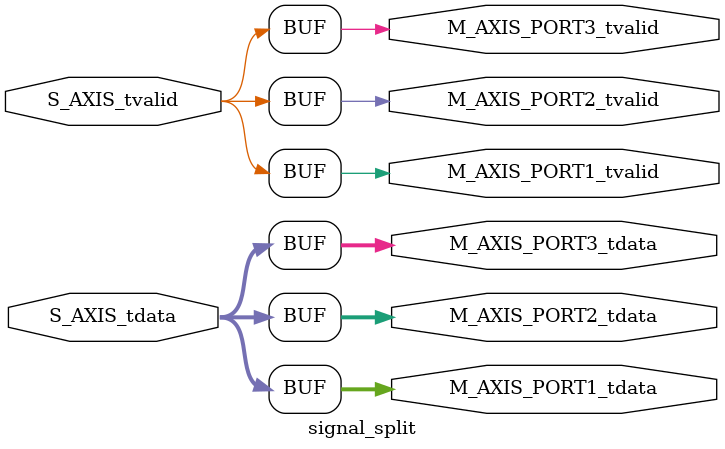
<source format=v>
`timescale 1ns / 1ps


module signal_split # 
(
    parameter ADC_DATA_WIDTH = 16,
    parameter AXIS_TDATA_WIDTH = 32
)
(
    (* X_INTERFACE_PARAMETER = "FREQ_HZ 125000000" *)
    input [AXIS_TDATA_WIDTH-1:0]        S_AXIS_tdata,
    input                               S_AXIS_tvalid,
    (* X_INTERFACE_PARAMETER = "FREQ_HZ 125000000" *)
    output wire [AXIS_TDATA_WIDTH-1:0]  M_AXIS_PORT1_tdata,
    output wire                         M_AXIS_PORT1_tvalid,
    (* X_INTERFACE_PARAMETER = "FREQ_HZ 125000000" *)
    output wire [AXIS_TDATA_WIDTH-1:0]  M_AXIS_PORT2_tdata,
    output wire                         M_AXIS_PORT2_tvalid,
        (* X_INTERFACE_PARAMETER = "FREQ_HZ 125000000" *)
    output wire [AXIS_TDATA_WIDTH-1:0]  M_AXIS_PORT3_tdata,
    output wire                         M_AXIS_PORT3_tvalid
);
        
    assign M_AXIS_PORT1_tdata = S_AXIS_tdata;
    assign M_AXIS_PORT2_tdata = S_AXIS_tdata;
    assign M_AXIS_PORT1_tvalid = S_AXIS_tvalid;
    assign M_AXIS_PORT2_tvalid = S_AXIS_tvalid;
     assign M_AXIS_PORT3_tdata = S_AXIS_tdata;
    assign M_AXIS_PORT3_tvalid = S_AXIS_tvalid;

endmodule
</source>
